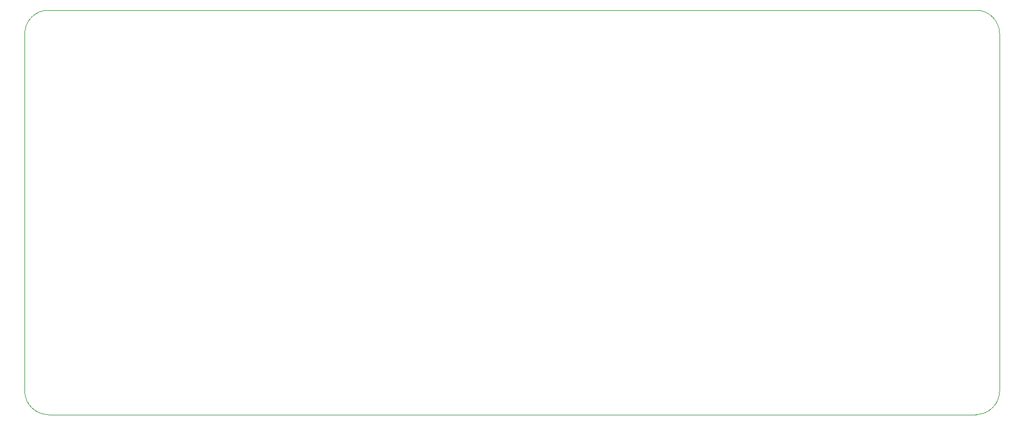
<source format=gbr>
G04 #@! TF.GenerationSoftware,KiCad,Pcbnew,(6.0.7-1)-1*
G04 #@! TF.CreationDate,2022-11-14T13:05:59+03:00*
G04 #@! TF.ProjectId,mkulima_hardware,6d6b756c-696d-4615-9f68-617264776172,rev?*
G04 #@! TF.SameCoordinates,Original*
G04 #@! TF.FileFunction,Profile,NP*
%FSLAX46Y46*%
G04 Gerber Fmt 4.6, Leading zero omitted, Abs format (unit mm)*
G04 Created by KiCad (PCBNEW (6.0.7-1)-1) date 2022-11-14 13:05:59*
%MOMM*%
%LPD*%
G01*
G04 APERTURE LIST*
G04 #@! TA.AperFunction,Profile*
%ADD10C,0.100000*%
G04 #@! TD*
G04 APERTURE END LIST*
D10*
X76500000Y-66750000D02*
X214500000Y-66750000D01*
X214500000Y-127000000D02*
G75*
G03*
X218000000Y-123500000I0J3500000D01*
G01*
X214500000Y-127000000D02*
X76500000Y-127000000D01*
X76500000Y-66750000D02*
G75*
G03*
X73000000Y-70250000I0J-3500000D01*
G01*
X218000000Y-70250000D02*
G75*
G03*
X214500000Y-66750000I-3500000J0D01*
G01*
X218000000Y-70250000D02*
X218000000Y-123500000D01*
X73000000Y-123500000D02*
G75*
G03*
X76500000Y-127000000I3500000J0D01*
G01*
X73000000Y-123500000D02*
X73000000Y-70250000D01*
M02*

</source>
